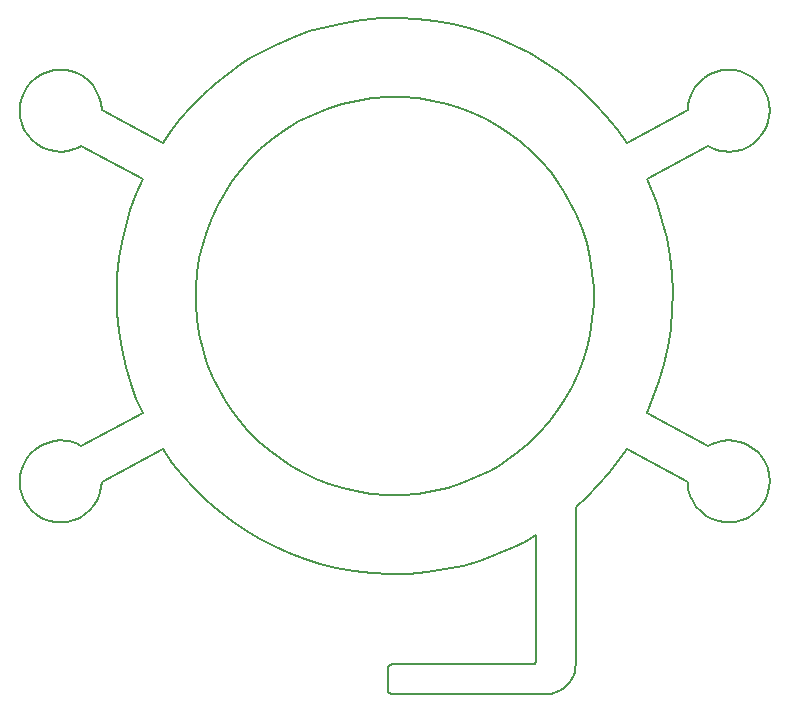
<source format=gbr>
%TF.GenerationSoftware,Altium Limited,Altium Designer,21.8.1 (53)*%
G04 Layer_Color=16711935*
%FSLAX45Y45*%
%MOMM*%
%TF.SameCoordinates,9CAB6441-B9E9-44DD-A1F1-36E89FF17874*%
%TF.FilePolarity,Positive*%
%TF.FileFunction,Other,Mechanical_1*%
%TF.Part,Single*%
G01*
G75*
%TA.AperFunction,NonConductor*%
%ADD20C,0.15240*%
D20*
X2764505Y3254818D02*
X2894882Y3254706D01*
X3025056Y3244490D01*
X3154241Y3224189D01*
X3268999Y3197360D01*
X3381737Y3162528D01*
X3491896Y3119834D01*
X3598925Y3069459D01*
X3702285Y3011622D01*
X3801450Y2946579D01*
X3895917Y2874624D01*
X3985195Y2796085D01*
X4068824Y2711327D01*
X4148494Y2618063D01*
X4219339Y2521932D01*
X4264697Y2451927D01*
X4307314Y2378338D01*
X4364817Y2262668D01*
X4413361Y2142738D01*
X4452615Y2019242D01*
X4482302Y1892897D01*
X4502199Y1764446D01*
X4512144Y1634644D01*
X4512031Y1504267D02*
X4512144Y1634644D01*
X4501816Y1374093D02*
X4512031Y1504267D01*
X4481515Y1244908D02*
X4501816Y1374093D01*
X4454685Y1130151D02*
X4481515Y1244908D01*
X4419853Y1017412D02*
X4454685Y1130151D01*
X4377159Y907252D02*
X4419853Y1017412D01*
X4326785Y800224D02*
X4377159Y907252D01*
X4268947Y696864D02*
X4326785Y800224D01*
X4203905Y597699D02*
X4268947Y696864D01*
X4131950Y503233D02*
X4203905Y597699D01*
X4053411Y413953D02*
X4131950Y503233D01*
X3968652Y330324D02*
X4053411Y413953D01*
X3875389Y250656D02*
X3968652Y330324D01*
X3779258Y179811D02*
X3875389Y250656D01*
X3709252Y134452D02*
X3779258Y179811D01*
X3635663Y91835D02*
X3709252Y134452D01*
X3519993Y34332D02*
X3635663Y91835D01*
X3400064Y-14212D02*
X3519993Y34332D01*
X3276568Y-53466D02*
X3400064Y-14212D01*
X3150223Y-83153D02*
X3276568Y-53466D01*
X3021771Y-103050D02*
X3150223Y-83153D01*
X2891970Y-112995D02*
X3021771Y-103050D01*
X2761593Y-112882D02*
X2891970Y-112995D01*
X2631419Y-102667D02*
X2761593Y-112882D01*
X2502234Y-82366D02*
X2631419Y-102667D01*
X2387476Y-55536D02*
X2502234Y-82366D01*
X2274738Y-20704D02*
X2387476Y-55536D01*
X2164578Y21989D02*
X2274738Y-20704D01*
X2057549Y72365D02*
X2164578Y21989D01*
X1954190Y130202D02*
X2057549Y72365D01*
X1855024Y195245D02*
X1954190Y130202D01*
X1760558Y267200D02*
X1855024Y195245D01*
X1671279Y345738D02*
X1760558Y267200D01*
X1587650Y430497D02*
X1671279Y345738D01*
X1507982Y523760D02*
X1587650Y430497D01*
X1437136Y619891D02*
X1507982Y523760D01*
X1391778Y689897D02*
X1437136Y619891D01*
X1349161Y763486D02*
X1391778Y689897D01*
X1291658Y879156D02*
X1349161Y763486D01*
X1243114Y999085D02*
X1291658Y879156D01*
X1203860Y1122581D02*
X1243114Y999085D01*
X1174173Y1248926D02*
X1203860Y1122581D01*
X1154275Y1377378D02*
X1174173Y1248926D01*
X1144330Y1507179D02*
X1154275Y1377378D01*
X1144330Y1507179D02*
X1144443Y1637557D01*
X1154659Y1767730D01*
X1174960Y1896915D01*
X1201789Y2011673D01*
X1236621Y2124412D01*
X1279315Y2234571D01*
X1329691Y2341600D01*
X1387527Y2444959D01*
X1452571Y2544125D01*
X1524525Y2638591D01*
X1603064Y2727870D01*
X1687822Y2811499D01*
X1781086Y2891168D01*
X1877216Y2962013D01*
X1947223Y3007372D01*
X2020812Y3049988D01*
X2136482Y3107491D01*
X2256411Y3156035D01*
X2379907Y3195290D01*
X2506252Y3224976D01*
X2634704Y3244873D01*
X2764505Y3254818D01*
X2862780Y3923773D02*
X3016837Y3916456D01*
X2708740Y3920990D02*
X2862780Y3923773D01*
X2555379Y3908152D02*
X2708740Y3920990D01*
X2403349Y3885348D02*
X2555379Y3908152D01*
X2253297Y3852707D02*
X2403349Y3885348D01*
X2105856Y3810399D02*
X2253297Y3852707D01*
X1961645Y3758640D02*
X2105856Y3810399D01*
X1821266Y3697681D02*
X1961645Y3758640D01*
X1685302Y3627811D02*
X1821266Y3697681D01*
X1606380Y3581932D02*
X1685302Y3627811D01*
X1530437Y3533780D02*
X1606380Y3581932D01*
X1415835Y3453000D02*
X1530437Y3533780D01*
X1304715Y3364238D02*
X1415835Y3453000D01*
X1200802Y3270497D02*
X1304715Y3364238D01*
X1102732Y3170839D02*
X1200802Y3270497D01*
X1010835Y3065631D02*
X1102732Y3170839D01*
X935436Y2968925D02*
X1010835Y3065631D01*
X864867Y2867953D02*
X935436Y2968925D01*
X346789Y3147659D02*
X864867Y2867953D01*
X341145Y3202532D02*
X346789Y3147659D01*
X325754Y3258925D02*
X341145Y3202532D01*
X303128Y3308358D02*
X325754Y3258925D01*
X273271Y3353375D02*
X303128Y3308358D01*
X237030Y3392983D02*
X273271Y3353375D01*
X190457Y3429637D02*
X237030Y3392983D01*
X138719Y3457655D02*
X190457Y3429637D01*
X83403Y3476424D02*
X138719Y3457655D01*
X41245Y3484139D02*
X83403Y3476424D01*
X-1Y3486599D02*
X41245Y3484139D01*
X-54843Y3482236D02*
X-1Y3486599D01*
X-111133Y3468315D02*
X-54843Y3482236D01*
X-161000Y3446972D02*
X-111133Y3468315D01*
X-206656Y3418320D02*
X-161000Y3446972D01*
X-247092Y3383176D02*
X-206656Y3418320D01*
X-284852Y3337671D02*
X-247092Y3383176D01*
X-314155Y3286802D02*
X-284852Y3337671D01*
X-334346Y3232130D02*
X-314155Y3286802D01*
X-343877Y3185288D02*
X-334346Y3232130D01*
X-346884Y3139713D02*
X-343877Y3185288D01*
X-346884Y3139713D02*
X-342522Y3084870D01*
X-328600Y3028580D01*
X-307258Y2978712D01*
X-278608Y2933057D01*
X-243464Y2892621D01*
X-197960Y2854861D01*
X-147091Y2825559D01*
X-92420Y2805368D01*
X-45578Y2795838D01*
X-4Y2792831D01*
X59065Y2797898D01*
X115853Y2812752D01*
X145901Y2825010D01*
X174176Y2839734D01*
X692933Y2559656D01*
X638005Y2431154D02*
X692933Y2559656D01*
X590473Y2298607D02*
X638005Y2431154D01*
X551285Y2164726D02*
X590473Y2298607D01*
X520124Y2028879D02*
X551285Y2164726D01*
X497076Y1891548D02*
X520124Y2028879D01*
X481056Y1737802D02*
X497076Y1891548D01*
X475164Y1583503D02*
X481056Y1737802D01*
X475164Y1583503D02*
X479396Y1429316D01*
X493698Y1275902D01*
X517979Y1123917D01*
X552100Y974006D01*
X595885Y826804D01*
X641507Y701826D01*
X693326Y581341D01*
X174177Y301026D02*
X693326Y581341D01*
X125530Y324416D02*
X174177Y301026D01*
X73083Y340142D02*
X125530Y324416D01*
X36666Y345985D02*
X73083Y340142D01*
X-4Y347929D02*
X36666Y345985D01*
X-54846Y343566D02*
X-4Y347929D01*
X-111136Y329645D02*
X-54846Y343566D01*
X-161002Y308304D02*
X-111136Y329645D01*
X-206658Y279652D02*
X-161002Y308304D01*
X-247093Y244509D02*
X-206658Y279652D01*
X-284854Y199004D02*
X-247093Y244509D01*
X-314155Y148136D02*
X-284854Y199004D01*
X-334346Y93464D02*
X-314155Y148136D01*
X-343877Y46622D02*
X-334346Y93464D01*
X-346883Y1047D02*
X-343877Y46622D01*
X-346883Y1047D02*
X-342520Y-53797D01*
X-328599Y-110087D01*
X-307256Y-159954D01*
X-278604Y-205610D01*
X-243460Y-246047D01*
X-197955Y-283808D01*
X-147086Y-313110D01*
X-92415Y-333301D01*
X-45574Y-342832D01*
X0Y-345839D01*
X54753Y-341491D01*
X110772Y-327677D01*
X160594Y-306426D01*
X206228Y-277879D01*
X246667Y-242847D01*
X284457Y-197479D01*
X313823Y-146745D01*
X334113Y-92201D01*
X343250Y-49009D01*
X346789Y-6898D01*
X865382Y273106D01*
X946513Y158035D01*
X1036466Y45570D01*
X1130699Y-58652D01*
X1230882Y-156969D01*
X1336645Y-249053D01*
X1447597Y-334595D01*
X1563333Y-413312D01*
X1683434Y-484947D01*
X1807462Y-549265D01*
X1934974Y-606062D01*
X2065511Y-655158D01*
X2198609Y-696401D01*
X2333796Y-729668D01*
X2485868Y-757162D01*
X2639251Y-774601D01*
X2793281Y-781942D01*
X2947295Y-779188D01*
X3100632Y-766382D01*
X3252640Y-743613D01*
X3402672Y-711010D01*
X3550097Y-668745D01*
X3694295Y-617029D01*
X3834663Y-556116D01*
X3930791Y-507914D01*
X4023097Y-456266D01*
Y-659929D02*
Y-456266D01*
Y-1515946D02*
Y-659929D01*
X4022708Y-1524244D02*
X4023097Y-1515946D01*
X4021528Y-1529504D02*
X4022708Y-1524244D01*
X4019766Y-1533594D02*
X4021528Y-1529504D01*
X4017486Y-1537007D02*
X4019766Y-1533594D01*
X4014939Y-1539673D02*
X4017486Y-1537007D01*
X4011985Y-1541887D02*
X4014939Y-1539673D01*
X4008705Y-1543604D02*
X4011985Y-1541887D01*
X4005181Y-1544813D02*
X4008705Y-1543604D01*
X4001501Y-1545542D02*
X4005181Y-1544813D01*
X3997315Y-1545891D02*
X4001501Y-1545542D01*
X3993098Y-1545946D02*
X3997315Y-1545891D01*
X3985902Y-1545946D02*
X3993098D01*
X3406095Y-1545960D02*
X3985902Y-1545946D01*
X2821027Y-1545905D02*
X3406095Y-1545960D01*
X2816125Y-1545926D02*
X2821027Y-1545905D01*
X2811237Y-1546083D02*
X2816125Y-1545926D01*
X2806393Y-1546477D02*
X2811237Y-1546083D01*
X2801637Y-1547182D02*
X2806393Y-1546477D01*
X2797029Y-1548245D02*
X2801637Y-1547182D01*
X2792632Y-1549690D02*
X2797029Y-1548245D01*
X2788514Y-1551520D02*
X2792632Y-1549690D01*
X2784741Y-1553721D02*
X2788514Y-1551520D01*
X2781372Y-1556266D02*
X2784741Y-1553721D01*
X2778459Y-1559118D02*
X2781372Y-1556266D01*
X2776037Y-1562229D02*
X2778459Y-1559118D01*
X2774124Y-1565552D02*
X2776037Y-1562229D01*
X2772717Y-1569034D02*
X2774124Y-1565552D01*
X2771783Y-1572629D02*
X2772717Y-1569034D01*
X2771260Y-1576290D02*
X2771783Y-1572629D01*
X2771051Y-1579985D02*
X2771260Y-1576290D01*
X2771021Y-1583689D02*
X2771051Y-1579985D01*
X2771011Y-1672958D02*
X2771021Y-1583689D01*
X2771011Y-1672958D02*
X2771021Y-1762228D01*
X2771051Y-1765932D01*
X2771260Y-1769627D01*
X2771783Y-1773288D01*
X2772717Y-1776882D01*
X2774125Y-1780364D01*
X2776037Y-1783687D01*
X2778459Y-1786799D01*
X2781372Y-1789651D01*
X2784741Y-1792196D01*
X2788515Y-1794397D01*
X2792632Y-1796227D01*
X2797029Y-1797672D01*
X2801637Y-1798735D01*
X2806393Y-1799440D01*
X2811237Y-1799834D01*
X2816126Y-1799991D01*
X2821027Y-1800013D01*
X3406095Y-1799957D01*
X3985902Y-1799945D01*
X4023098Y-1799951D01*
X4109332D01*
X4130455Y-1799057D01*
X4152092Y-1796267D01*
X4174002Y-1791442D01*
X4195910Y-1784481D01*
X4217513Y-1775333D01*
X4238489Y-1764004D01*
X4258517Y-1750560D01*
X4277282Y-1735134D01*
X4294501Y-1717917D01*
X4309928Y-1699153D01*
X4323374Y-1679127D01*
X4334706Y-1658151D01*
X4343856Y-1636549D01*
X4350818Y-1614642D01*
X4355645Y-1592732D01*
X4358437Y-1571096D01*
X4359333Y-1549972D01*
X4359335Y-1515946D01*
X4359341Y-659929D01*
Y-215946D01*
X4457475Y-126947D01*
X4552927Y-29895D01*
X4644874Y75262D01*
X4791099Y273101D01*
X5309704Y-6898D01*
X5315349Y-61779D01*
X5330749Y-118194D01*
X5353383Y-167631D01*
X5383249Y-212649D01*
X5419499Y-252258D01*
X5466084Y-288908D01*
X5517833Y-316920D01*
X5573159Y-335680D01*
X5615277Y-343382D01*
X5656493Y-345838D01*
X5711336Y-341476D01*
X5767625Y-327554D01*
X5817493Y-306211D01*
X5863149Y-277560D01*
X5903584Y-242415D01*
X5941345Y-196910D01*
X5970647Y-146041D01*
X5990838Y-91369D01*
X6000370Y-44527D01*
X6003376Y1047D01*
X5999013Y55891D02*
X6003376Y1047D01*
X5985093Y112181D02*
X5999013Y55891D01*
X5963751Y162048D02*
X5985093Y112181D01*
X5935100Y207704D02*
X5963751Y162048D01*
X5899956Y248139D02*
X5935100Y207704D01*
X5854452Y285900D02*
X5899956Y248139D01*
X5803584Y315201D02*
X5854452Y285900D01*
X5748913Y335392D02*
X5803584Y315201D01*
X5702071Y344923D02*
X5748913Y335392D01*
X5656496Y347929D02*
X5702071Y344923D01*
X5597450Y342866D02*
X5656496Y347929D01*
X5540723Y328038D02*
X5597450Y342866D01*
X5510624Y315766D02*
X5540723Y328038D01*
X5482316Y301027D02*
X5510624Y315766D01*
X4963154Y581331D02*
X5482316Y301027D01*
X4963154Y581331D02*
X5018892Y711744D01*
X5067754Y848622D01*
X5108902Y991510D01*
X5142008Y1142420D01*
X5165092Y1294769D01*
X5178159Y1448381D01*
X5181143Y1602351D01*
X5174062Y1756021D02*
X5181143Y1602351D01*
X5156980Y1908733D02*
X5174062Y1756021D01*
X5130002Y2059838D02*
X5156980Y1908733D01*
X5093276Y2208698D02*
X5130002Y2059838D01*
X5046992Y2354687D02*
X5093276Y2208698D01*
X5007352Y2458965D02*
X5046992Y2354687D01*
X4963553Y2559653D02*
X5007352Y2458965D01*
X4963553Y2559653D02*
X5482316Y2839734D01*
X5530865Y2816382D01*
X5582998Y2800708D01*
X5619664Y2794793D01*
X5656496Y2792832D01*
X5711339Y2797194D01*
X5767628Y2811115D01*
X5817496Y2832457D01*
X5863151Y2861108D01*
X5903586Y2896252D01*
X5941346Y2941756D01*
X5970647Y2992625D01*
X5990838Y3047296D01*
X6000370Y3094139D01*
X6003376Y3139714D01*
X5999013Y3194557D02*
X6003376Y3139714D01*
X5985091Y3250847D02*
X5999013Y3194557D01*
X5963749Y3300715D02*
X5985091Y3250847D01*
X5935098Y3346371D02*
X5963749Y3300715D01*
X5899952Y3386808D02*
X5935098Y3346371D01*
X5854448Y3424569D02*
X5899952Y3386808D01*
X5803578Y3453871D02*
X5854448Y3424569D01*
X5748907Y3474062D02*
X5803578Y3453871D01*
X5702066Y3483593D02*
X5748907Y3474062D01*
X5656492Y3486600D02*
X5702066Y3483593D01*
X5601700Y3482246D02*
X5656492Y3486600D01*
X5545562Y3468385D02*
X5601700Y3482246D01*
X5495720Y3447093D02*
X5545562Y3468385D01*
X5450077Y3418501D02*
X5495720Y3447093D01*
X5409640Y3383420D02*
X5450077Y3418501D01*
X5371863Y3337992D02*
X5409640Y3383420D01*
X5342525Y3287198D02*
X5371863Y3337992D01*
X5322278Y3232598D02*
X5342525Y3287198D01*
X5313219Y3189614D02*
X5322278Y3232598D01*
X5309704Y3147659D02*
X5313219Y3189614D01*
X4791112Y2868718D02*
X5309704Y3147659D01*
X4709966Y2983808D02*
X4791112Y2868718D01*
X4619960Y3096332D02*
X4709966Y2983808D01*
X4525706Y3200567D02*
X4619960Y3096332D01*
X4425499Y3298895D02*
X4525706Y3200567D01*
X4319713Y3390986D02*
X4425499Y3298895D01*
X4208736Y3476534D02*
X4319713Y3390986D01*
X4092973Y3555254D02*
X4208736Y3476534D01*
X3972847Y3626887D02*
X4092973Y3555254D01*
X3848791Y3691203D02*
X3972847Y3626887D01*
X3721253Y3747994D02*
X3848791Y3691203D01*
X3590689Y3797081D02*
X3721253Y3747994D01*
X3457564Y3838313D02*
X3590689Y3797081D01*
X3322352Y3871566D02*
X3457564Y3838313D01*
X3170250Y3899040D02*
X3322352Y3871566D01*
X3016837Y3916456D02*
X3170250Y3899040D01*
%TF.MD5,94688ffdbe675839f72692e211a9f8fb*%
M02*

</source>
